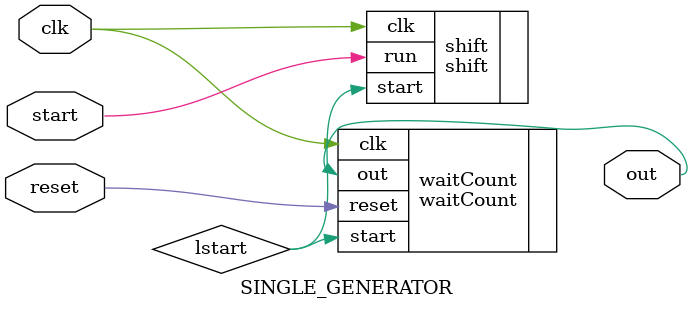
<source format=v>
module SINGLE_GENERATOR(clk, reset, start, out);

input 	wire clk;
input 	wire start;
input 	wire reset;

output	wire out;
wire lstart;

shift shift (
	.clk(clk), 
	.run(start), 
	.start(lstart)
);


waitCount waitCount (
	.clk(clk), //
	.reset(reset),
	.start(lstart),
	.out(out) //
);

endmodule
</source>
